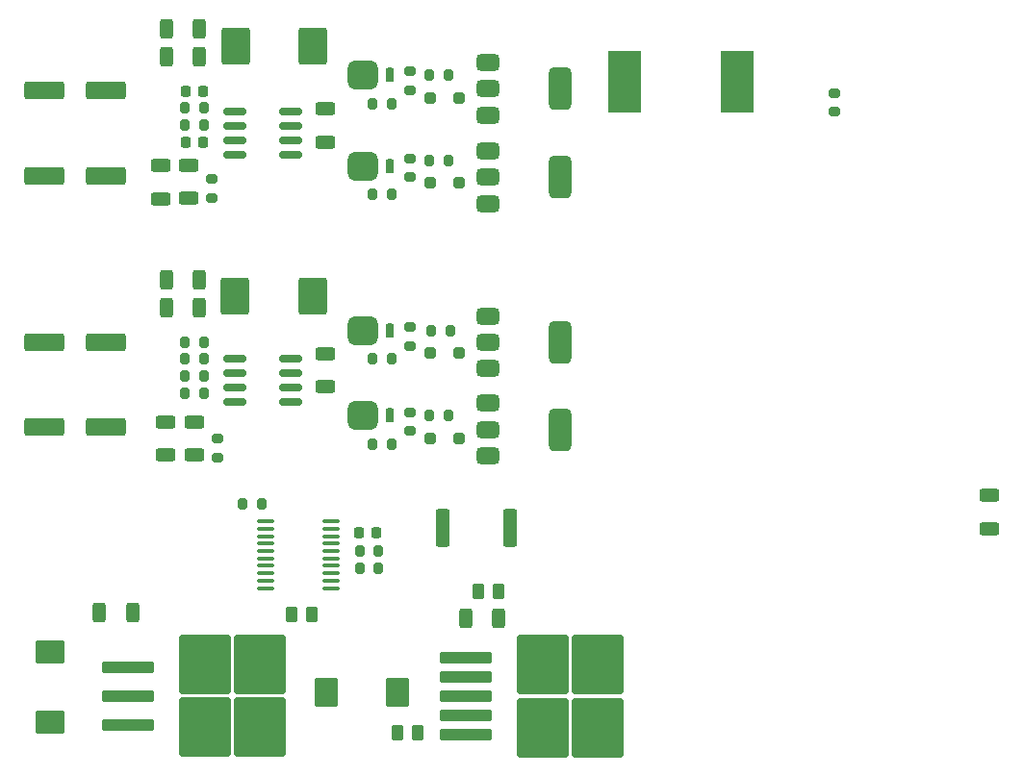
<source format=gbr>
%TF.GenerationSoftware,KiCad,Pcbnew,8.0.3-8.0.3-0~ubuntu20.04.1*%
%TF.CreationDate,2025-01-28T06:06:14-03:00*%
%TF.ProjectId,hv_pulse_generator,68765f70-756c-4736-955f-67656e657261,rev?*%
%TF.SameCoordinates,Original*%
%TF.FileFunction,Paste,Top*%
%TF.FilePolarity,Positive*%
%FSLAX46Y46*%
G04 Gerber Fmt 4.6, Leading zero omitted, Abs format (unit mm)*
G04 Created by KiCad (PCBNEW 8.0.3-8.0.3-0~ubuntu20.04.1) date 2025-01-28 06:06:14*
%MOMM*%
%LPD*%
G01*
G04 APERTURE LIST*
G04 Aperture macros list*
%AMRoundRect*
0 Rectangle with rounded corners*
0 $1 Rounding radius*
0 $2 $3 $4 $5 $6 $7 $8 $9 X,Y pos of 4 corners*
0 Add a 4 corners polygon primitive as box body*
4,1,4,$2,$3,$4,$5,$6,$7,$8,$9,$2,$3,0*
0 Add four circle primitives for the rounded corners*
1,1,$1+$1,$2,$3*
1,1,$1+$1,$4,$5*
1,1,$1+$1,$6,$7*
1,1,$1+$1,$8,$9*
0 Add four rect primitives between the rounded corners*
20,1,$1+$1,$2,$3,$4,$5,0*
20,1,$1+$1,$4,$5,$6,$7,0*
20,1,$1+$1,$6,$7,$8,$9,0*
20,1,$1+$1,$8,$9,$2,$3,0*%
G04 Aperture macros list end*
%ADD10RoundRect,0.225000X-0.225000X-0.250000X0.225000X-0.250000X0.225000X0.250000X-0.225000X0.250000X0*%
%ADD11RoundRect,0.250000X-0.625000X0.312500X-0.625000X-0.312500X0.625000X-0.312500X0.625000X0.312500X0*%
%ADD12RoundRect,0.250000X-0.312500X-0.625000X0.312500X-0.625000X0.312500X0.625000X-0.312500X0.625000X0*%
%ADD13RoundRect,0.200000X0.275000X-0.200000X0.275000X0.200000X-0.275000X0.200000X-0.275000X-0.200000X0*%
%ADD14RoundRect,0.200000X0.200000X0.275000X-0.200000X0.275000X-0.200000X-0.275000X0.200000X-0.275000X0*%
%ADD15RoundRect,0.200000X-0.200000X-0.275000X0.200000X-0.275000X0.200000X0.275000X-0.200000X0.275000X0*%
%ADD16RoundRect,0.250000X-1.000000X1.400000X-1.000000X-1.400000X1.000000X-1.400000X1.000000X1.400000X0*%
%ADD17RoundRect,0.375000X-0.625000X-0.375000X0.625000X-0.375000X0.625000X0.375000X-0.625000X0.375000X0*%
%ADD18RoundRect,0.500000X-0.500000X-1.400000X0.500000X-1.400000X0.500000X1.400000X-0.500000X1.400000X0*%
%ADD19RoundRect,0.250000X-0.262500X-0.450000X0.262500X-0.450000X0.262500X0.450000X-0.262500X0.450000X0*%
%ADD20RoundRect,0.200000X-0.275000X0.200000X-0.275000X-0.200000X0.275000X-0.200000X0.275000X0.200000X0*%
%ADD21RoundRect,0.250000X0.250000X0.250000X-0.250000X0.250000X-0.250000X-0.250000X0.250000X-0.250000X0*%
%ADD22RoundRect,0.250000X-0.250000X-0.250000X0.250000X-0.250000X0.250000X0.250000X-0.250000X0.250000X0*%
%ADD23RoundRect,0.150000X-0.825000X-0.150000X0.825000X-0.150000X0.825000X0.150000X-0.825000X0.150000X0*%
%ADD24RoundRect,0.100000X-0.637500X-0.100000X0.637500X-0.100000X0.637500X0.100000X-0.637500X0.100000X0*%
%ADD25RoundRect,0.250000X1.500000X0.550000X-1.500000X0.550000X-1.500000X-0.550000X1.500000X-0.550000X0*%
%ADD26RoundRect,0.635000X-0.700000X-0.635000X0.700000X-0.635000X0.700000X0.635000X-0.700000X0.635000X0*%
%ADD27RoundRect,0.190000X-0.190000X-0.445000X0.190000X-0.445000X0.190000X0.445000X-0.190000X0.445000X0*%
%ADD28RoundRect,0.225000X0.225000X0.250000X-0.225000X0.250000X-0.225000X-0.250000X0.225000X-0.250000X0*%
%ADD29RoundRect,0.250000X-2.050000X-0.300000X2.050000X-0.300000X2.050000X0.300000X-2.050000X0.300000X0*%
%ADD30RoundRect,0.250000X-2.025000X-2.375000X2.025000X-2.375000X2.025000X2.375000X-2.025000X2.375000X0*%
%ADD31R,2.900000X5.400000*%
%ADD32RoundRect,0.250000X1.025000X-0.787500X1.025000X0.787500X-1.025000X0.787500X-1.025000X-0.787500X0*%
%ADD33RoundRect,0.250000X0.787500X1.025000X-0.787500X1.025000X-0.787500X-1.025000X0.787500X-1.025000X0*%
%ADD34RoundRect,0.250000X-0.362500X-1.425000X0.362500X-1.425000X0.362500X1.425000X-0.362500X1.425000X0*%
G04 APERTURE END LIST*
D10*
%TO.C,C31*%
X88150000Y-111150000D03*
X89700000Y-111150000D03*
%TD*%
D11*
%TO.C,C19*%
X71175000Y-101377500D03*
X71175000Y-104302500D03*
%TD*%
D12*
%TO.C,R30*%
X71212500Y-91340000D03*
X74137500Y-91340000D03*
%TD*%
D11*
%TO.C,C4*%
X85175000Y-95377500D03*
X85175000Y-98302500D03*
%TD*%
D13*
%TO.C,R7*%
X92675000Y-102165000D03*
X92675000Y-100515000D03*
%TD*%
D14*
%TO.C,R25*%
X91000000Y-103340000D03*
X89350000Y-103340000D03*
%TD*%
D15*
%TO.C,R6*%
X72850000Y-75250000D03*
X74500000Y-75250000D03*
%TD*%
D16*
%TO.C,D2*%
X84075000Y-90340000D03*
X77275000Y-90340000D03*
%TD*%
D17*
%TO.C,Q1*%
X99525000Y-69752500D03*
X99525000Y-72052500D03*
X99525000Y-74352500D03*
D18*
X105825000Y-72052500D03*
%TD*%
D14*
%TO.C,R27*%
X74500000Y-95840000D03*
X72850000Y-95840000D03*
%TD*%
D19*
%TO.C,R14*%
X91512500Y-128750000D03*
X93337500Y-128750000D03*
%TD*%
D20*
%TO.C,R8*%
X92675000Y-93015000D03*
X92675000Y-94665000D03*
%TD*%
D15*
%TO.C,R4*%
X94550000Y-93340000D03*
X96200000Y-93340000D03*
%TD*%
D11*
%TO.C,C23*%
X70700000Y-78787500D03*
X70700000Y-81712500D03*
%TD*%
D15*
%TO.C,R20*%
X77925000Y-108575000D03*
X79575000Y-108575000D03*
%TD*%
D11*
%TO.C,C24*%
X73200000Y-78750000D03*
X73200000Y-81675000D03*
%TD*%
D14*
%TO.C,C16*%
X74500000Y-94340000D03*
X72850000Y-94340000D03*
%TD*%
D21*
%TO.C,D7*%
X96925000Y-95340000D03*
X94425000Y-95340000D03*
%TD*%
D22*
%TO.C,D6*%
X94425000Y-80340000D03*
X96925000Y-80340000D03*
%TD*%
D12*
%TO.C,R22*%
X71212500Y-88840000D03*
X74137500Y-88840000D03*
%TD*%
D20*
%TO.C,C120*%
X129975000Y-72400000D03*
X129975000Y-74050000D03*
%TD*%
D23*
%TO.C,U2*%
X77200000Y-74035000D03*
X77200000Y-75305000D03*
X77200000Y-76575000D03*
X77200000Y-77845000D03*
X82150000Y-77845000D03*
X82150000Y-76575000D03*
X82150000Y-75305000D03*
X82150000Y-74035000D03*
%TD*%
D19*
%TO.C,R13*%
X82212500Y-118350000D03*
X84037500Y-118350000D03*
%TD*%
D24*
%TO.C,U6*%
X79975000Y-110150000D03*
X79975000Y-110800000D03*
X79975000Y-111450000D03*
X79975000Y-112100000D03*
X79975000Y-112750000D03*
X79975000Y-113400000D03*
X79975000Y-114050000D03*
X79975000Y-114700000D03*
X79975000Y-115350000D03*
X79975000Y-116000000D03*
X85700000Y-116000000D03*
X85700000Y-115350000D03*
X85700000Y-114700000D03*
X85700000Y-114050000D03*
X85700000Y-113400000D03*
X85700000Y-112750000D03*
X85700000Y-112100000D03*
X85700000Y-111450000D03*
X85700000Y-110800000D03*
X85700000Y-110150000D03*
%TD*%
D16*
%TO.C,D3*%
X84100000Y-68250000D03*
X77300000Y-68250000D03*
%TD*%
D13*
%TO.C,R34*%
X92675000Y-79840000D03*
X92675000Y-78190000D03*
%TD*%
D12*
%TO.C,R2*%
X71212500Y-66750000D03*
X74137500Y-66750000D03*
%TD*%
D25*
%TO.C,C2*%
X65875000Y-101840000D03*
X60475000Y-101840000D03*
%TD*%
D26*
%TO.C,D4*%
X88520000Y-78840000D03*
D27*
X90875000Y-78840000D03*
%TD*%
D11*
%TO.C,C22*%
X85175000Y-73825000D03*
X85175000Y-76750000D03*
%TD*%
D10*
%TO.C,C21*%
X72900000Y-76750000D03*
X74450000Y-76750000D03*
%TD*%
D14*
%TO.C,R31*%
X91000000Y-81340000D03*
X89350000Y-81340000D03*
%TD*%
D28*
%TO.C,C26*%
X74450000Y-72250000D03*
X72900000Y-72250000D03*
%TD*%
D20*
%TO.C,C18*%
X75675000Y-102840000D03*
X75675000Y-104490000D03*
%TD*%
D25*
%TO.C,C5*%
X65875000Y-79700000D03*
X60475000Y-79700000D03*
%TD*%
D19*
%TO.C,C6*%
X98637500Y-116275000D03*
X100462500Y-116275000D03*
%TD*%
D12*
%TO.C,R1*%
X71212500Y-69250000D03*
X74137500Y-69250000D03*
%TD*%
D29*
%TO.C,U3*%
X97575000Y-122125000D03*
X97575000Y-123825000D03*
X97575000Y-125525000D03*
D30*
X104300000Y-122750000D03*
X104300000Y-128300000D03*
X109150000Y-122750000D03*
X109150000Y-128300000D03*
D29*
X97575000Y-127225000D03*
X97575000Y-128925000D03*
%TD*%
D22*
%TO.C,D5*%
X94425000Y-72840000D03*
X96925000Y-72840000D03*
%TD*%
D31*
%TO.C,L7*%
X111500000Y-71450000D03*
X121400000Y-71450000D03*
%TD*%
D32*
%TO.C,C9*%
X61000000Y-127837500D03*
X61000000Y-121612500D03*
%TD*%
D26*
%TO.C,D11*%
X88520000Y-100840000D03*
D27*
X90875000Y-100840000D03*
%TD*%
D26*
%TO.C,D10*%
X88520000Y-93340000D03*
D27*
X90875000Y-93340000D03*
%TD*%
D12*
%TO.C,C1*%
X97537500Y-118675000D03*
X100462500Y-118675000D03*
%TD*%
D14*
%TO.C,R23*%
X74500000Y-73750000D03*
X72850000Y-73750000D03*
%TD*%
D15*
%TO.C,R10*%
X94350000Y-100840000D03*
X96000000Y-100840000D03*
%TD*%
D17*
%TO.C,Q6*%
X99525000Y-77540000D03*
X99525000Y-79840000D03*
X99525000Y-82140000D03*
D18*
X105825000Y-79840000D03*
%TD*%
D15*
%TO.C,R28*%
X88225000Y-112750000D03*
X89875000Y-112750000D03*
%TD*%
%TO.C,R35*%
X94350000Y-78340000D03*
X96000000Y-78340000D03*
%TD*%
D11*
%TO.C,C20*%
X73675000Y-101377500D03*
X73675000Y-104302500D03*
%TD*%
D26*
%TO.C,D1*%
X88520000Y-70840000D03*
D27*
X90875000Y-70840000D03*
%TD*%
D33*
%TO.C,C7*%
X91512500Y-125150000D03*
X85287500Y-125150000D03*
%TD*%
D29*
%TO.C,U4*%
X67850000Y-122960000D03*
X67850000Y-125500000D03*
X67850000Y-128040000D03*
D30*
X74575000Y-122725000D03*
X74575000Y-128275000D03*
X79425000Y-122725000D03*
X79425000Y-128275000D03*
%TD*%
D23*
%TO.C,U1*%
X77200000Y-95800000D03*
X77200000Y-97070000D03*
X77200000Y-98340000D03*
X77200000Y-99610000D03*
X82150000Y-99610000D03*
X82150000Y-98340000D03*
X82150000Y-97070000D03*
X82150000Y-95800000D03*
%TD*%
D34*
%TO.C,R17*%
X95562500Y-110725000D03*
X101487500Y-110725000D03*
%TD*%
D17*
%TO.C,Q4*%
X99525000Y-99740000D03*
X99525000Y-102040000D03*
X99525000Y-104340000D03*
D18*
X105825000Y-102040000D03*
%TD*%
D15*
%TO.C,R26*%
X72850000Y-97340000D03*
X74500000Y-97340000D03*
%TD*%
D14*
%TO.C,R24*%
X91000000Y-95840000D03*
X89350000Y-95840000D03*
%TD*%
D17*
%TO.C,Q3*%
X99525000Y-92040000D03*
X99525000Y-94340000D03*
X99525000Y-96640000D03*
D18*
X105825000Y-94340000D03*
%TD*%
D15*
%TO.C,R21*%
X88225000Y-114250000D03*
X89875000Y-114250000D03*
%TD*%
D11*
%TO.C,R12*%
X143650000Y-107850000D03*
X143650000Y-110775000D03*
%TD*%
D14*
%TO.C,R3*%
X91000000Y-73340000D03*
X89350000Y-73340000D03*
%TD*%
D25*
%TO.C,C17*%
X65875000Y-94340000D03*
X60475000Y-94340000D03*
%TD*%
D13*
%TO.C,R5*%
X92675000Y-72165000D03*
X92675000Y-70515000D03*
%TD*%
D15*
%TO.C,C14*%
X72850000Y-98840000D03*
X74500000Y-98840000D03*
%TD*%
D20*
%TO.C,C25*%
X75175000Y-80015000D03*
X75175000Y-81665000D03*
%TD*%
D22*
%TO.C,D9*%
X94425000Y-102840000D03*
X96925000Y-102840000D03*
%TD*%
D15*
%TO.C,R9*%
X94350000Y-70840000D03*
X96000000Y-70840000D03*
%TD*%
D12*
%TO.C,C8*%
X65312500Y-118175000D03*
X68237500Y-118175000D03*
%TD*%
D25*
%TO.C,C3*%
X65875000Y-72225000D03*
X60475000Y-72225000D03*
%TD*%
M02*

</source>
